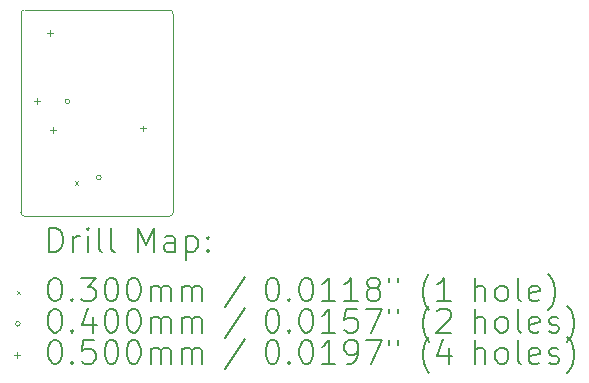
<source format=gbr>
%TF.GenerationSoftware,KiCad,Pcbnew,(7.0.0)*%
%TF.CreationDate,2023-05-09T09:59:39+03:00*%
%TF.ProjectId,IoT_sulari_sensorboard,496f545f-7375-46c6-9172-695f73656e73,rev?*%
%TF.SameCoordinates,Original*%
%TF.FileFunction,Drillmap*%
%TF.FilePolarity,Positive*%
%FSLAX45Y45*%
G04 Gerber Fmt 4.5, Leading zero omitted, Abs format (unit mm)*
G04 Created by KiCad (PCBNEW (7.0.0)) date 2023-05-09 09:59:39*
%MOMM*%
%LPD*%
G01*
G04 APERTURE LIST*
%ADD10C,0.100000*%
%ADD11C,0.200000*%
%ADD12C,0.030000*%
%ADD13C,0.040000*%
%ADD14C,0.050000*%
G04 APERTURE END LIST*
D10*
X13750000Y-8210000D02*
X14270000Y-8210000D01*
X14414000Y-9960000D02*
X13195000Y-9960014D01*
X13196000Y-8210000D02*
G75*
G03*
X13159986Y-8245000I-1000J-35000D01*
G01*
X13750000Y-8210000D02*
X13196000Y-8210000D01*
X14450000Y-8246415D02*
X14450014Y-9925000D01*
X14414000Y-9960000D02*
G75*
G03*
X14450014Y-9925000I1000J35000D01*
G01*
X14449996Y-8246415D02*
G75*
G03*
X14412671Y-8210000I-35436J1015D01*
G01*
X13160000Y-9924000D02*
G75*
G03*
X13195000Y-9960014I35000J-1000D01*
G01*
X14270000Y-8210000D02*
X14412671Y-8210000D01*
X13160000Y-9924000D02*
X13159986Y-8245000D01*
D11*
D12*
X13617000Y-9661000D02*
X13647000Y-9691000D01*
X13647000Y-9661000D02*
X13617000Y-9691000D01*
D13*
X13574000Y-8985000D02*
G75*
G03*
X13574000Y-8985000I-20000J0D01*
G01*
X13840502Y-9631498D02*
G75*
G03*
X13840502Y-9631498I-20000J0D01*
G01*
D14*
X13296000Y-8960000D02*
X13296000Y-9010000D01*
X13271000Y-8985000D02*
X13321000Y-8985000D01*
X13405000Y-8380000D02*
X13405000Y-8430000D01*
X13380000Y-8405000D02*
X13430000Y-8405000D01*
X13430000Y-9205000D02*
X13430000Y-9255000D01*
X13405000Y-9230000D02*
X13455000Y-9230000D01*
X14195000Y-9190000D02*
X14195000Y-9240000D01*
X14170000Y-9215000D02*
X14220000Y-9215000D01*
D11*
X13402605Y-10258490D02*
X13402605Y-10058490D01*
X13402605Y-10058490D02*
X13450224Y-10058490D01*
X13450224Y-10058490D02*
X13478795Y-10068014D01*
X13478795Y-10068014D02*
X13497843Y-10087062D01*
X13497843Y-10087062D02*
X13507367Y-10106109D01*
X13507367Y-10106109D02*
X13516890Y-10144205D01*
X13516890Y-10144205D02*
X13516890Y-10172776D01*
X13516890Y-10172776D02*
X13507367Y-10210871D01*
X13507367Y-10210871D02*
X13497843Y-10229919D01*
X13497843Y-10229919D02*
X13478795Y-10248967D01*
X13478795Y-10248967D02*
X13450224Y-10258490D01*
X13450224Y-10258490D02*
X13402605Y-10258490D01*
X13602605Y-10258490D02*
X13602605Y-10125157D01*
X13602605Y-10163252D02*
X13612129Y-10144205D01*
X13612129Y-10144205D02*
X13621652Y-10134681D01*
X13621652Y-10134681D02*
X13640700Y-10125157D01*
X13640700Y-10125157D02*
X13659748Y-10125157D01*
X13726414Y-10258490D02*
X13726414Y-10125157D01*
X13726414Y-10058490D02*
X13716890Y-10068014D01*
X13716890Y-10068014D02*
X13726414Y-10077538D01*
X13726414Y-10077538D02*
X13735938Y-10068014D01*
X13735938Y-10068014D02*
X13726414Y-10058490D01*
X13726414Y-10058490D02*
X13726414Y-10077538D01*
X13850224Y-10258490D02*
X13831176Y-10248967D01*
X13831176Y-10248967D02*
X13821652Y-10229919D01*
X13821652Y-10229919D02*
X13821652Y-10058490D01*
X13954986Y-10258490D02*
X13935938Y-10248967D01*
X13935938Y-10248967D02*
X13926414Y-10229919D01*
X13926414Y-10229919D02*
X13926414Y-10058490D01*
X14151176Y-10258490D02*
X14151176Y-10058490D01*
X14151176Y-10058490D02*
X14217843Y-10201348D01*
X14217843Y-10201348D02*
X14284509Y-10058490D01*
X14284509Y-10058490D02*
X14284509Y-10258490D01*
X14465462Y-10258490D02*
X14465462Y-10153728D01*
X14465462Y-10153728D02*
X14455938Y-10134681D01*
X14455938Y-10134681D02*
X14436890Y-10125157D01*
X14436890Y-10125157D02*
X14398795Y-10125157D01*
X14398795Y-10125157D02*
X14379748Y-10134681D01*
X14465462Y-10248967D02*
X14446414Y-10258490D01*
X14446414Y-10258490D02*
X14398795Y-10258490D01*
X14398795Y-10258490D02*
X14379748Y-10248967D01*
X14379748Y-10248967D02*
X14370224Y-10229919D01*
X14370224Y-10229919D02*
X14370224Y-10210871D01*
X14370224Y-10210871D02*
X14379748Y-10191824D01*
X14379748Y-10191824D02*
X14398795Y-10182300D01*
X14398795Y-10182300D02*
X14446414Y-10182300D01*
X14446414Y-10182300D02*
X14465462Y-10172776D01*
X14560700Y-10125157D02*
X14560700Y-10325157D01*
X14560700Y-10134681D02*
X14579748Y-10125157D01*
X14579748Y-10125157D02*
X14617843Y-10125157D01*
X14617843Y-10125157D02*
X14636890Y-10134681D01*
X14636890Y-10134681D02*
X14646414Y-10144205D01*
X14646414Y-10144205D02*
X14655938Y-10163252D01*
X14655938Y-10163252D02*
X14655938Y-10220395D01*
X14655938Y-10220395D02*
X14646414Y-10239443D01*
X14646414Y-10239443D02*
X14636890Y-10248967D01*
X14636890Y-10248967D02*
X14617843Y-10258490D01*
X14617843Y-10258490D02*
X14579748Y-10258490D01*
X14579748Y-10258490D02*
X14560700Y-10248967D01*
X14741652Y-10239443D02*
X14751176Y-10248967D01*
X14751176Y-10248967D02*
X14741652Y-10258490D01*
X14741652Y-10258490D02*
X14732129Y-10248967D01*
X14732129Y-10248967D02*
X14741652Y-10239443D01*
X14741652Y-10239443D02*
X14741652Y-10258490D01*
X14741652Y-10134681D02*
X14751176Y-10144205D01*
X14751176Y-10144205D02*
X14741652Y-10153728D01*
X14741652Y-10153728D02*
X14732129Y-10144205D01*
X14732129Y-10144205D02*
X14741652Y-10134681D01*
X14741652Y-10134681D02*
X14741652Y-10153728D01*
D12*
X13124986Y-10590014D02*
X13154986Y-10620014D01*
X13154986Y-10590014D02*
X13124986Y-10620014D01*
D11*
X13440700Y-10478490D02*
X13459748Y-10478490D01*
X13459748Y-10478490D02*
X13478795Y-10488014D01*
X13478795Y-10488014D02*
X13488319Y-10497538D01*
X13488319Y-10497538D02*
X13497843Y-10516586D01*
X13497843Y-10516586D02*
X13507367Y-10554681D01*
X13507367Y-10554681D02*
X13507367Y-10602300D01*
X13507367Y-10602300D02*
X13497843Y-10640395D01*
X13497843Y-10640395D02*
X13488319Y-10659443D01*
X13488319Y-10659443D02*
X13478795Y-10668967D01*
X13478795Y-10668967D02*
X13459748Y-10678490D01*
X13459748Y-10678490D02*
X13440700Y-10678490D01*
X13440700Y-10678490D02*
X13421652Y-10668967D01*
X13421652Y-10668967D02*
X13412129Y-10659443D01*
X13412129Y-10659443D02*
X13402605Y-10640395D01*
X13402605Y-10640395D02*
X13393081Y-10602300D01*
X13393081Y-10602300D02*
X13393081Y-10554681D01*
X13393081Y-10554681D02*
X13402605Y-10516586D01*
X13402605Y-10516586D02*
X13412129Y-10497538D01*
X13412129Y-10497538D02*
X13421652Y-10488014D01*
X13421652Y-10488014D02*
X13440700Y-10478490D01*
X13593081Y-10659443D02*
X13602605Y-10668967D01*
X13602605Y-10668967D02*
X13593081Y-10678490D01*
X13593081Y-10678490D02*
X13583557Y-10668967D01*
X13583557Y-10668967D02*
X13593081Y-10659443D01*
X13593081Y-10659443D02*
X13593081Y-10678490D01*
X13669271Y-10478490D02*
X13793081Y-10478490D01*
X13793081Y-10478490D02*
X13726414Y-10554681D01*
X13726414Y-10554681D02*
X13754986Y-10554681D01*
X13754986Y-10554681D02*
X13774033Y-10564205D01*
X13774033Y-10564205D02*
X13783557Y-10573728D01*
X13783557Y-10573728D02*
X13793081Y-10592776D01*
X13793081Y-10592776D02*
X13793081Y-10640395D01*
X13793081Y-10640395D02*
X13783557Y-10659443D01*
X13783557Y-10659443D02*
X13774033Y-10668967D01*
X13774033Y-10668967D02*
X13754986Y-10678490D01*
X13754986Y-10678490D02*
X13697843Y-10678490D01*
X13697843Y-10678490D02*
X13678795Y-10668967D01*
X13678795Y-10668967D02*
X13669271Y-10659443D01*
X13916890Y-10478490D02*
X13935938Y-10478490D01*
X13935938Y-10478490D02*
X13954986Y-10488014D01*
X13954986Y-10488014D02*
X13964510Y-10497538D01*
X13964510Y-10497538D02*
X13974033Y-10516586D01*
X13974033Y-10516586D02*
X13983557Y-10554681D01*
X13983557Y-10554681D02*
X13983557Y-10602300D01*
X13983557Y-10602300D02*
X13974033Y-10640395D01*
X13974033Y-10640395D02*
X13964510Y-10659443D01*
X13964510Y-10659443D02*
X13954986Y-10668967D01*
X13954986Y-10668967D02*
X13935938Y-10678490D01*
X13935938Y-10678490D02*
X13916890Y-10678490D01*
X13916890Y-10678490D02*
X13897843Y-10668967D01*
X13897843Y-10668967D02*
X13888319Y-10659443D01*
X13888319Y-10659443D02*
X13878795Y-10640395D01*
X13878795Y-10640395D02*
X13869271Y-10602300D01*
X13869271Y-10602300D02*
X13869271Y-10554681D01*
X13869271Y-10554681D02*
X13878795Y-10516586D01*
X13878795Y-10516586D02*
X13888319Y-10497538D01*
X13888319Y-10497538D02*
X13897843Y-10488014D01*
X13897843Y-10488014D02*
X13916890Y-10478490D01*
X14107367Y-10478490D02*
X14126414Y-10478490D01*
X14126414Y-10478490D02*
X14145462Y-10488014D01*
X14145462Y-10488014D02*
X14154986Y-10497538D01*
X14154986Y-10497538D02*
X14164510Y-10516586D01*
X14164510Y-10516586D02*
X14174033Y-10554681D01*
X14174033Y-10554681D02*
X14174033Y-10602300D01*
X14174033Y-10602300D02*
X14164510Y-10640395D01*
X14164510Y-10640395D02*
X14154986Y-10659443D01*
X14154986Y-10659443D02*
X14145462Y-10668967D01*
X14145462Y-10668967D02*
X14126414Y-10678490D01*
X14126414Y-10678490D02*
X14107367Y-10678490D01*
X14107367Y-10678490D02*
X14088319Y-10668967D01*
X14088319Y-10668967D02*
X14078795Y-10659443D01*
X14078795Y-10659443D02*
X14069271Y-10640395D01*
X14069271Y-10640395D02*
X14059748Y-10602300D01*
X14059748Y-10602300D02*
X14059748Y-10554681D01*
X14059748Y-10554681D02*
X14069271Y-10516586D01*
X14069271Y-10516586D02*
X14078795Y-10497538D01*
X14078795Y-10497538D02*
X14088319Y-10488014D01*
X14088319Y-10488014D02*
X14107367Y-10478490D01*
X14259748Y-10678490D02*
X14259748Y-10545157D01*
X14259748Y-10564205D02*
X14269271Y-10554681D01*
X14269271Y-10554681D02*
X14288319Y-10545157D01*
X14288319Y-10545157D02*
X14316891Y-10545157D01*
X14316891Y-10545157D02*
X14335938Y-10554681D01*
X14335938Y-10554681D02*
X14345462Y-10573728D01*
X14345462Y-10573728D02*
X14345462Y-10678490D01*
X14345462Y-10573728D02*
X14354986Y-10554681D01*
X14354986Y-10554681D02*
X14374033Y-10545157D01*
X14374033Y-10545157D02*
X14402605Y-10545157D01*
X14402605Y-10545157D02*
X14421652Y-10554681D01*
X14421652Y-10554681D02*
X14431176Y-10573728D01*
X14431176Y-10573728D02*
X14431176Y-10678490D01*
X14526414Y-10678490D02*
X14526414Y-10545157D01*
X14526414Y-10564205D02*
X14535938Y-10554681D01*
X14535938Y-10554681D02*
X14554986Y-10545157D01*
X14554986Y-10545157D02*
X14583557Y-10545157D01*
X14583557Y-10545157D02*
X14602605Y-10554681D01*
X14602605Y-10554681D02*
X14612129Y-10573728D01*
X14612129Y-10573728D02*
X14612129Y-10678490D01*
X14612129Y-10573728D02*
X14621652Y-10554681D01*
X14621652Y-10554681D02*
X14640700Y-10545157D01*
X14640700Y-10545157D02*
X14669271Y-10545157D01*
X14669271Y-10545157D02*
X14688319Y-10554681D01*
X14688319Y-10554681D02*
X14697843Y-10573728D01*
X14697843Y-10573728D02*
X14697843Y-10678490D01*
X15055938Y-10468967D02*
X14884510Y-10726109D01*
X15280700Y-10478490D02*
X15299748Y-10478490D01*
X15299748Y-10478490D02*
X15318795Y-10488014D01*
X15318795Y-10488014D02*
X15328319Y-10497538D01*
X15328319Y-10497538D02*
X15337843Y-10516586D01*
X15337843Y-10516586D02*
X15347367Y-10554681D01*
X15347367Y-10554681D02*
X15347367Y-10602300D01*
X15347367Y-10602300D02*
X15337843Y-10640395D01*
X15337843Y-10640395D02*
X15328319Y-10659443D01*
X15328319Y-10659443D02*
X15318795Y-10668967D01*
X15318795Y-10668967D02*
X15299748Y-10678490D01*
X15299748Y-10678490D02*
X15280700Y-10678490D01*
X15280700Y-10678490D02*
X15261652Y-10668967D01*
X15261652Y-10668967D02*
X15252129Y-10659443D01*
X15252129Y-10659443D02*
X15242605Y-10640395D01*
X15242605Y-10640395D02*
X15233081Y-10602300D01*
X15233081Y-10602300D02*
X15233081Y-10554681D01*
X15233081Y-10554681D02*
X15242605Y-10516586D01*
X15242605Y-10516586D02*
X15252129Y-10497538D01*
X15252129Y-10497538D02*
X15261652Y-10488014D01*
X15261652Y-10488014D02*
X15280700Y-10478490D01*
X15433081Y-10659443D02*
X15442605Y-10668967D01*
X15442605Y-10668967D02*
X15433081Y-10678490D01*
X15433081Y-10678490D02*
X15423557Y-10668967D01*
X15423557Y-10668967D02*
X15433081Y-10659443D01*
X15433081Y-10659443D02*
X15433081Y-10678490D01*
X15566414Y-10478490D02*
X15585462Y-10478490D01*
X15585462Y-10478490D02*
X15604510Y-10488014D01*
X15604510Y-10488014D02*
X15614033Y-10497538D01*
X15614033Y-10497538D02*
X15623557Y-10516586D01*
X15623557Y-10516586D02*
X15633081Y-10554681D01*
X15633081Y-10554681D02*
X15633081Y-10602300D01*
X15633081Y-10602300D02*
X15623557Y-10640395D01*
X15623557Y-10640395D02*
X15614033Y-10659443D01*
X15614033Y-10659443D02*
X15604510Y-10668967D01*
X15604510Y-10668967D02*
X15585462Y-10678490D01*
X15585462Y-10678490D02*
X15566414Y-10678490D01*
X15566414Y-10678490D02*
X15547367Y-10668967D01*
X15547367Y-10668967D02*
X15537843Y-10659443D01*
X15537843Y-10659443D02*
X15528319Y-10640395D01*
X15528319Y-10640395D02*
X15518795Y-10602300D01*
X15518795Y-10602300D02*
X15518795Y-10554681D01*
X15518795Y-10554681D02*
X15528319Y-10516586D01*
X15528319Y-10516586D02*
X15537843Y-10497538D01*
X15537843Y-10497538D02*
X15547367Y-10488014D01*
X15547367Y-10488014D02*
X15566414Y-10478490D01*
X15823557Y-10678490D02*
X15709272Y-10678490D01*
X15766414Y-10678490D02*
X15766414Y-10478490D01*
X15766414Y-10478490D02*
X15747367Y-10507062D01*
X15747367Y-10507062D02*
X15728319Y-10526109D01*
X15728319Y-10526109D02*
X15709272Y-10535633D01*
X16014033Y-10678490D02*
X15899748Y-10678490D01*
X15956891Y-10678490D02*
X15956891Y-10478490D01*
X15956891Y-10478490D02*
X15937843Y-10507062D01*
X15937843Y-10507062D02*
X15918795Y-10526109D01*
X15918795Y-10526109D02*
X15899748Y-10535633D01*
X16128319Y-10564205D02*
X16109272Y-10554681D01*
X16109272Y-10554681D02*
X16099748Y-10545157D01*
X16099748Y-10545157D02*
X16090224Y-10526109D01*
X16090224Y-10526109D02*
X16090224Y-10516586D01*
X16090224Y-10516586D02*
X16099748Y-10497538D01*
X16099748Y-10497538D02*
X16109272Y-10488014D01*
X16109272Y-10488014D02*
X16128319Y-10478490D01*
X16128319Y-10478490D02*
X16166414Y-10478490D01*
X16166414Y-10478490D02*
X16185462Y-10488014D01*
X16185462Y-10488014D02*
X16194986Y-10497538D01*
X16194986Y-10497538D02*
X16204510Y-10516586D01*
X16204510Y-10516586D02*
X16204510Y-10526109D01*
X16204510Y-10526109D02*
X16194986Y-10545157D01*
X16194986Y-10545157D02*
X16185462Y-10554681D01*
X16185462Y-10554681D02*
X16166414Y-10564205D01*
X16166414Y-10564205D02*
X16128319Y-10564205D01*
X16128319Y-10564205D02*
X16109272Y-10573728D01*
X16109272Y-10573728D02*
X16099748Y-10583252D01*
X16099748Y-10583252D02*
X16090224Y-10602300D01*
X16090224Y-10602300D02*
X16090224Y-10640395D01*
X16090224Y-10640395D02*
X16099748Y-10659443D01*
X16099748Y-10659443D02*
X16109272Y-10668967D01*
X16109272Y-10668967D02*
X16128319Y-10678490D01*
X16128319Y-10678490D02*
X16166414Y-10678490D01*
X16166414Y-10678490D02*
X16185462Y-10668967D01*
X16185462Y-10668967D02*
X16194986Y-10659443D01*
X16194986Y-10659443D02*
X16204510Y-10640395D01*
X16204510Y-10640395D02*
X16204510Y-10602300D01*
X16204510Y-10602300D02*
X16194986Y-10583252D01*
X16194986Y-10583252D02*
X16185462Y-10573728D01*
X16185462Y-10573728D02*
X16166414Y-10564205D01*
X16280700Y-10478490D02*
X16280700Y-10516586D01*
X16356891Y-10478490D02*
X16356891Y-10516586D01*
X16619748Y-10754681D02*
X16610224Y-10745157D01*
X16610224Y-10745157D02*
X16591176Y-10716586D01*
X16591176Y-10716586D02*
X16581653Y-10697538D01*
X16581653Y-10697538D02*
X16572129Y-10668967D01*
X16572129Y-10668967D02*
X16562605Y-10621348D01*
X16562605Y-10621348D02*
X16562605Y-10583252D01*
X16562605Y-10583252D02*
X16572129Y-10535633D01*
X16572129Y-10535633D02*
X16581653Y-10507062D01*
X16581653Y-10507062D02*
X16591176Y-10488014D01*
X16591176Y-10488014D02*
X16610224Y-10459443D01*
X16610224Y-10459443D02*
X16619748Y-10449919D01*
X16800700Y-10678490D02*
X16686414Y-10678490D01*
X16743557Y-10678490D02*
X16743557Y-10478490D01*
X16743557Y-10478490D02*
X16724510Y-10507062D01*
X16724510Y-10507062D02*
X16705462Y-10526109D01*
X16705462Y-10526109D02*
X16686414Y-10535633D01*
X17006415Y-10678490D02*
X17006415Y-10478490D01*
X17092129Y-10678490D02*
X17092129Y-10573728D01*
X17092129Y-10573728D02*
X17082605Y-10554681D01*
X17082605Y-10554681D02*
X17063557Y-10545157D01*
X17063557Y-10545157D02*
X17034986Y-10545157D01*
X17034986Y-10545157D02*
X17015938Y-10554681D01*
X17015938Y-10554681D02*
X17006415Y-10564205D01*
X17215938Y-10678490D02*
X17196891Y-10668967D01*
X17196891Y-10668967D02*
X17187367Y-10659443D01*
X17187367Y-10659443D02*
X17177843Y-10640395D01*
X17177843Y-10640395D02*
X17177843Y-10583252D01*
X17177843Y-10583252D02*
X17187367Y-10564205D01*
X17187367Y-10564205D02*
X17196891Y-10554681D01*
X17196891Y-10554681D02*
X17215938Y-10545157D01*
X17215938Y-10545157D02*
X17244510Y-10545157D01*
X17244510Y-10545157D02*
X17263557Y-10554681D01*
X17263557Y-10554681D02*
X17273081Y-10564205D01*
X17273081Y-10564205D02*
X17282605Y-10583252D01*
X17282605Y-10583252D02*
X17282605Y-10640395D01*
X17282605Y-10640395D02*
X17273081Y-10659443D01*
X17273081Y-10659443D02*
X17263557Y-10668967D01*
X17263557Y-10668967D02*
X17244510Y-10678490D01*
X17244510Y-10678490D02*
X17215938Y-10678490D01*
X17396891Y-10678490D02*
X17377843Y-10668967D01*
X17377843Y-10668967D02*
X17368319Y-10649919D01*
X17368319Y-10649919D02*
X17368319Y-10478490D01*
X17549272Y-10668967D02*
X17530224Y-10678490D01*
X17530224Y-10678490D02*
X17492129Y-10678490D01*
X17492129Y-10678490D02*
X17473081Y-10668967D01*
X17473081Y-10668967D02*
X17463557Y-10649919D01*
X17463557Y-10649919D02*
X17463557Y-10573728D01*
X17463557Y-10573728D02*
X17473081Y-10554681D01*
X17473081Y-10554681D02*
X17492129Y-10545157D01*
X17492129Y-10545157D02*
X17530224Y-10545157D01*
X17530224Y-10545157D02*
X17549272Y-10554681D01*
X17549272Y-10554681D02*
X17558796Y-10573728D01*
X17558796Y-10573728D02*
X17558796Y-10592776D01*
X17558796Y-10592776D02*
X17463557Y-10611824D01*
X17625462Y-10754681D02*
X17634986Y-10745157D01*
X17634986Y-10745157D02*
X17654034Y-10716586D01*
X17654034Y-10716586D02*
X17663557Y-10697538D01*
X17663557Y-10697538D02*
X17673081Y-10668967D01*
X17673081Y-10668967D02*
X17682605Y-10621348D01*
X17682605Y-10621348D02*
X17682605Y-10583252D01*
X17682605Y-10583252D02*
X17673081Y-10535633D01*
X17673081Y-10535633D02*
X17663557Y-10507062D01*
X17663557Y-10507062D02*
X17654034Y-10488014D01*
X17654034Y-10488014D02*
X17634986Y-10459443D01*
X17634986Y-10459443D02*
X17625462Y-10449919D01*
D13*
X13154986Y-10869014D02*
G75*
G03*
X13154986Y-10869014I-20000J0D01*
G01*
D11*
X13440700Y-10742490D02*
X13459748Y-10742490D01*
X13459748Y-10742490D02*
X13478795Y-10752014D01*
X13478795Y-10752014D02*
X13488319Y-10761538D01*
X13488319Y-10761538D02*
X13497843Y-10780586D01*
X13497843Y-10780586D02*
X13507367Y-10818681D01*
X13507367Y-10818681D02*
X13507367Y-10866300D01*
X13507367Y-10866300D02*
X13497843Y-10904395D01*
X13497843Y-10904395D02*
X13488319Y-10923443D01*
X13488319Y-10923443D02*
X13478795Y-10932967D01*
X13478795Y-10932967D02*
X13459748Y-10942490D01*
X13459748Y-10942490D02*
X13440700Y-10942490D01*
X13440700Y-10942490D02*
X13421652Y-10932967D01*
X13421652Y-10932967D02*
X13412129Y-10923443D01*
X13412129Y-10923443D02*
X13402605Y-10904395D01*
X13402605Y-10904395D02*
X13393081Y-10866300D01*
X13393081Y-10866300D02*
X13393081Y-10818681D01*
X13393081Y-10818681D02*
X13402605Y-10780586D01*
X13402605Y-10780586D02*
X13412129Y-10761538D01*
X13412129Y-10761538D02*
X13421652Y-10752014D01*
X13421652Y-10752014D02*
X13440700Y-10742490D01*
X13593081Y-10923443D02*
X13602605Y-10932967D01*
X13602605Y-10932967D02*
X13593081Y-10942490D01*
X13593081Y-10942490D02*
X13583557Y-10932967D01*
X13583557Y-10932967D02*
X13593081Y-10923443D01*
X13593081Y-10923443D02*
X13593081Y-10942490D01*
X13774033Y-10809157D02*
X13774033Y-10942490D01*
X13726414Y-10732967D02*
X13678795Y-10875824D01*
X13678795Y-10875824D02*
X13802605Y-10875824D01*
X13916890Y-10742490D02*
X13935938Y-10742490D01*
X13935938Y-10742490D02*
X13954986Y-10752014D01*
X13954986Y-10752014D02*
X13964510Y-10761538D01*
X13964510Y-10761538D02*
X13974033Y-10780586D01*
X13974033Y-10780586D02*
X13983557Y-10818681D01*
X13983557Y-10818681D02*
X13983557Y-10866300D01*
X13983557Y-10866300D02*
X13974033Y-10904395D01*
X13974033Y-10904395D02*
X13964510Y-10923443D01*
X13964510Y-10923443D02*
X13954986Y-10932967D01*
X13954986Y-10932967D02*
X13935938Y-10942490D01*
X13935938Y-10942490D02*
X13916890Y-10942490D01*
X13916890Y-10942490D02*
X13897843Y-10932967D01*
X13897843Y-10932967D02*
X13888319Y-10923443D01*
X13888319Y-10923443D02*
X13878795Y-10904395D01*
X13878795Y-10904395D02*
X13869271Y-10866300D01*
X13869271Y-10866300D02*
X13869271Y-10818681D01*
X13869271Y-10818681D02*
X13878795Y-10780586D01*
X13878795Y-10780586D02*
X13888319Y-10761538D01*
X13888319Y-10761538D02*
X13897843Y-10752014D01*
X13897843Y-10752014D02*
X13916890Y-10742490D01*
X14107367Y-10742490D02*
X14126414Y-10742490D01*
X14126414Y-10742490D02*
X14145462Y-10752014D01*
X14145462Y-10752014D02*
X14154986Y-10761538D01*
X14154986Y-10761538D02*
X14164510Y-10780586D01*
X14164510Y-10780586D02*
X14174033Y-10818681D01*
X14174033Y-10818681D02*
X14174033Y-10866300D01*
X14174033Y-10866300D02*
X14164510Y-10904395D01*
X14164510Y-10904395D02*
X14154986Y-10923443D01*
X14154986Y-10923443D02*
X14145462Y-10932967D01*
X14145462Y-10932967D02*
X14126414Y-10942490D01*
X14126414Y-10942490D02*
X14107367Y-10942490D01*
X14107367Y-10942490D02*
X14088319Y-10932967D01*
X14088319Y-10932967D02*
X14078795Y-10923443D01*
X14078795Y-10923443D02*
X14069271Y-10904395D01*
X14069271Y-10904395D02*
X14059748Y-10866300D01*
X14059748Y-10866300D02*
X14059748Y-10818681D01*
X14059748Y-10818681D02*
X14069271Y-10780586D01*
X14069271Y-10780586D02*
X14078795Y-10761538D01*
X14078795Y-10761538D02*
X14088319Y-10752014D01*
X14088319Y-10752014D02*
X14107367Y-10742490D01*
X14259748Y-10942490D02*
X14259748Y-10809157D01*
X14259748Y-10828205D02*
X14269271Y-10818681D01*
X14269271Y-10818681D02*
X14288319Y-10809157D01*
X14288319Y-10809157D02*
X14316891Y-10809157D01*
X14316891Y-10809157D02*
X14335938Y-10818681D01*
X14335938Y-10818681D02*
X14345462Y-10837728D01*
X14345462Y-10837728D02*
X14345462Y-10942490D01*
X14345462Y-10837728D02*
X14354986Y-10818681D01*
X14354986Y-10818681D02*
X14374033Y-10809157D01*
X14374033Y-10809157D02*
X14402605Y-10809157D01*
X14402605Y-10809157D02*
X14421652Y-10818681D01*
X14421652Y-10818681D02*
X14431176Y-10837728D01*
X14431176Y-10837728D02*
X14431176Y-10942490D01*
X14526414Y-10942490D02*
X14526414Y-10809157D01*
X14526414Y-10828205D02*
X14535938Y-10818681D01*
X14535938Y-10818681D02*
X14554986Y-10809157D01*
X14554986Y-10809157D02*
X14583557Y-10809157D01*
X14583557Y-10809157D02*
X14602605Y-10818681D01*
X14602605Y-10818681D02*
X14612129Y-10837728D01*
X14612129Y-10837728D02*
X14612129Y-10942490D01*
X14612129Y-10837728D02*
X14621652Y-10818681D01*
X14621652Y-10818681D02*
X14640700Y-10809157D01*
X14640700Y-10809157D02*
X14669271Y-10809157D01*
X14669271Y-10809157D02*
X14688319Y-10818681D01*
X14688319Y-10818681D02*
X14697843Y-10837728D01*
X14697843Y-10837728D02*
X14697843Y-10942490D01*
X15055938Y-10732967D02*
X14884510Y-10990109D01*
X15280700Y-10742490D02*
X15299748Y-10742490D01*
X15299748Y-10742490D02*
X15318795Y-10752014D01*
X15318795Y-10752014D02*
X15328319Y-10761538D01*
X15328319Y-10761538D02*
X15337843Y-10780586D01*
X15337843Y-10780586D02*
X15347367Y-10818681D01*
X15347367Y-10818681D02*
X15347367Y-10866300D01*
X15347367Y-10866300D02*
X15337843Y-10904395D01*
X15337843Y-10904395D02*
X15328319Y-10923443D01*
X15328319Y-10923443D02*
X15318795Y-10932967D01*
X15318795Y-10932967D02*
X15299748Y-10942490D01*
X15299748Y-10942490D02*
X15280700Y-10942490D01*
X15280700Y-10942490D02*
X15261652Y-10932967D01*
X15261652Y-10932967D02*
X15252129Y-10923443D01*
X15252129Y-10923443D02*
X15242605Y-10904395D01*
X15242605Y-10904395D02*
X15233081Y-10866300D01*
X15233081Y-10866300D02*
X15233081Y-10818681D01*
X15233081Y-10818681D02*
X15242605Y-10780586D01*
X15242605Y-10780586D02*
X15252129Y-10761538D01*
X15252129Y-10761538D02*
X15261652Y-10752014D01*
X15261652Y-10752014D02*
X15280700Y-10742490D01*
X15433081Y-10923443D02*
X15442605Y-10932967D01*
X15442605Y-10932967D02*
X15433081Y-10942490D01*
X15433081Y-10942490D02*
X15423557Y-10932967D01*
X15423557Y-10932967D02*
X15433081Y-10923443D01*
X15433081Y-10923443D02*
X15433081Y-10942490D01*
X15566414Y-10742490D02*
X15585462Y-10742490D01*
X15585462Y-10742490D02*
X15604510Y-10752014D01*
X15604510Y-10752014D02*
X15614033Y-10761538D01*
X15614033Y-10761538D02*
X15623557Y-10780586D01*
X15623557Y-10780586D02*
X15633081Y-10818681D01*
X15633081Y-10818681D02*
X15633081Y-10866300D01*
X15633081Y-10866300D02*
X15623557Y-10904395D01*
X15623557Y-10904395D02*
X15614033Y-10923443D01*
X15614033Y-10923443D02*
X15604510Y-10932967D01*
X15604510Y-10932967D02*
X15585462Y-10942490D01*
X15585462Y-10942490D02*
X15566414Y-10942490D01*
X15566414Y-10942490D02*
X15547367Y-10932967D01*
X15547367Y-10932967D02*
X15537843Y-10923443D01*
X15537843Y-10923443D02*
X15528319Y-10904395D01*
X15528319Y-10904395D02*
X15518795Y-10866300D01*
X15518795Y-10866300D02*
X15518795Y-10818681D01*
X15518795Y-10818681D02*
X15528319Y-10780586D01*
X15528319Y-10780586D02*
X15537843Y-10761538D01*
X15537843Y-10761538D02*
X15547367Y-10752014D01*
X15547367Y-10752014D02*
X15566414Y-10742490D01*
X15823557Y-10942490D02*
X15709272Y-10942490D01*
X15766414Y-10942490D02*
X15766414Y-10742490D01*
X15766414Y-10742490D02*
X15747367Y-10771062D01*
X15747367Y-10771062D02*
X15728319Y-10790109D01*
X15728319Y-10790109D02*
X15709272Y-10799633D01*
X16004510Y-10742490D02*
X15909272Y-10742490D01*
X15909272Y-10742490D02*
X15899748Y-10837728D01*
X15899748Y-10837728D02*
X15909272Y-10828205D01*
X15909272Y-10828205D02*
X15928319Y-10818681D01*
X15928319Y-10818681D02*
X15975938Y-10818681D01*
X15975938Y-10818681D02*
X15994986Y-10828205D01*
X15994986Y-10828205D02*
X16004510Y-10837728D01*
X16004510Y-10837728D02*
X16014033Y-10856776D01*
X16014033Y-10856776D02*
X16014033Y-10904395D01*
X16014033Y-10904395D02*
X16004510Y-10923443D01*
X16004510Y-10923443D02*
X15994986Y-10932967D01*
X15994986Y-10932967D02*
X15975938Y-10942490D01*
X15975938Y-10942490D02*
X15928319Y-10942490D01*
X15928319Y-10942490D02*
X15909272Y-10932967D01*
X15909272Y-10932967D02*
X15899748Y-10923443D01*
X16080700Y-10742490D02*
X16214033Y-10742490D01*
X16214033Y-10742490D02*
X16128319Y-10942490D01*
X16280700Y-10742490D02*
X16280700Y-10780586D01*
X16356891Y-10742490D02*
X16356891Y-10780586D01*
X16619748Y-11018681D02*
X16610224Y-11009157D01*
X16610224Y-11009157D02*
X16591176Y-10980586D01*
X16591176Y-10980586D02*
X16581653Y-10961538D01*
X16581653Y-10961538D02*
X16572129Y-10932967D01*
X16572129Y-10932967D02*
X16562605Y-10885348D01*
X16562605Y-10885348D02*
X16562605Y-10847252D01*
X16562605Y-10847252D02*
X16572129Y-10799633D01*
X16572129Y-10799633D02*
X16581653Y-10771062D01*
X16581653Y-10771062D02*
X16591176Y-10752014D01*
X16591176Y-10752014D02*
X16610224Y-10723443D01*
X16610224Y-10723443D02*
X16619748Y-10713919D01*
X16686414Y-10761538D02*
X16695938Y-10752014D01*
X16695938Y-10752014D02*
X16714986Y-10742490D01*
X16714986Y-10742490D02*
X16762605Y-10742490D01*
X16762605Y-10742490D02*
X16781653Y-10752014D01*
X16781653Y-10752014D02*
X16791176Y-10761538D01*
X16791176Y-10761538D02*
X16800700Y-10780586D01*
X16800700Y-10780586D02*
X16800700Y-10799633D01*
X16800700Y-10799633D02*
X16791176Y-10828205D01*
X16791176Y-10828205D02*
X16676891Y-10942490D01*
X16676891Y-10942490D02*
X16800700Y-10942490D01*
X17006415Y-10942490D02*
X17006415Y-10742490D01*
X17092129Y-10942490D02*
X17092129Y-10837728D01*
X17092129Y-10837728D02*
X17082605Y-10818681D01*
X17082605Y-10818681D02*
X17063557Y-10809157D01*
X17063557Y-10809157D02*
X17034986Y-10809157D01*
X17034986Y-10809157D02*
X17015938Y-10818681D01*
X17015938Y-10818681D02*
X17006415Y-10828205D01*
X17215938Y-10942490D02*
X17196891Y-10932967D01*
X17196891Y-10932967D02*
X17187367Y-10923443D01*
X17187367Y-10923443D02*
X17177843Y-10904395D01*
X17177843Y-10904395D02*
X17177843Y-10847252D01*
X17177843Y-10847252D02*
X17187367Y-10828205D01*
X17187367Y-10828205D02*
X17196891Y-10818681D01*
X17196891Y-10818681D02*
X17215938Y-10809157D01*
X17215938Y-10809157D02*
X17244510Y-10809157D01*
X17244510Y-10809157D02*
X17263557Y-10818681D01*
X17263557Y-10818681D02*
X17273081Y-10828205D01*
X17273081Y-10828205D02*
X17282605Y-10847252D01*
X17282605Y-10847252D02*
X17282605Y-10904395D01*
X17282605Y-10904395D02*
X17273081Y-10923443D01*
X17273081Y-10923443D02*
X17263557Y-10932967D01*
X17263557Y-10932967D02*
X17244510Y-10942490D01*
X17244510Y-10942490D02*
X17215938Y-10942490D01*
X17396891Y-10942490D02*
X17377843Y-10932967D01*
X17377843Y-10932967D02*
X17368319Y-10913919D01*
X17368319Y-10913919D02*
X17368319Y-10742490D01*
X17549272Y-10932967D02*
X17530224Y-10942490D01*
X17530224Y-10942490D02*
X17492129Y-10942490D01*
X17492129Y-10942490D02*
X17473081Y-10932967D01*
X17473081Y-10932967D02*
X17463557Y-10913919D01*
X17463557Y-10913919D02*
X17463557Y-10837728D01*
X17463557Y-10837728D02*
X17473081Y-10818681D01*
X17473081Y-10818681D02*
X17492129Y-10809157D01*
X17492129Y-10809157D02*
X17530224Y-10809157D01*
X17530224Y-10809157D02*
X17549272Y-10818681D01*
X17549272Y-10818681D02*
X17558796Y-10837728D01*
X17558796Y-10837728D02*
X17558796Y-10856776D01*
X17558796Y-10856776D02*
X17463557Y-10875824D01*
X17634986Y-10932967D02*
X17654034Y-10942490D01*
X17654034Y-10942490D02*
X17692129Y-10942490D01*
X17692129Y-10942490D02*
X17711177Y-10932967D01*
X17711177Y-10932967D02*
X17720700Y-10913919D01*
X17720700Y-10913919D02*
X17720700Y-10904395D01*
X17720700Y-10904395D02*
X17711177Y-10885348D01*
X17711177Y-10885348D02*
X17692129Y-10875824D01*
X17692129Y-10875824D02*
X17663557Y-10875824D01*
X17663557Y-10875824D02*
X17644510Y-10866300D01*
X17644510Y-10866300D02*
X17634986Y-10847252D01*
X17634986Y-10847252D02*
X17634986Y-10837728D01*
X17634986Y-10837728D02*
X17644510Y-10818681D01*
X17644510Y-10818681D02*
X17663557Y-10809157D01*
X17663557Y-10809157D02*
X17692129Y-10809157D01*
X17692129Y-10809157D02*
X17711177Y-10818681D01*
X17787367Y-11018681D02*
X17796891Y-11009157D01*
X17796891Y-11009157D02*
X17815938Y-10980586D01*
X17815938Y-10980586D02*
X17825462Y-10961538D01*
X17825462Y-10961538D02*
X17834986Y-10932967D01*
X17834986Y-10932967D02*
X17844510Y-10885348D01*
X17844510Y-10885348D02*
X17844510Y-10847252D01*
X17844510Y-10847252D02*
X17834986Y-10799633D01*
X17834986Y-10799633D02*
X17825462Y-10771062D01*
X17825462Y-10771062D02*
X17815938Y-10752014D01*
X17815938Y-10752014D02*
X17796891Y-10723443D01*
X17796891Y-10723443D02*
X17787367Y-10713919D01*
D14*
X13129986Y-11108014D02*
X13129986Y-11158014D01*
X13104986Y-11133014D02*
X13154986Y-11133014D01*
D11*
X13440700Y-11006490D02*
X13459748Y-11006490D01*
X13459748Y-11006490D02*
X13478795Y-11016014D01*
X13478795Y-11016014D02*
X13488319Y-11025538D01*
X13488319Y-11025538D02*
X13497843Y-11044586D01*
X13497843Y-11044586D02*
X13507367Y-11082681D01*
X13507367Y-11082681D02*
X13507367Y-11130300D01*
X13507367Y-11130300D02*
X13497843Y-11168395D01*
X13497843Y-11168395D02*
X13488319Y-11187443D01*
X13488319Y-11187443D02*
X13478795Y-11196966D01*
X13478795Y-11196966D02*
X13459748Y-11206490D01*
X13459748Y-11206490D02*
X13440700Y-11206490D01*
X13440700Y-11206490D02*
X13421652Y-11196966D01*
X13421652Y-11196966D02*
X13412129Y-11187443D01*
X13412129Y-11187443D02*
X13402605Y-11168395D01*
X13402605Y-11168395D02*
X13393081Y-11130300D01*
X13393081Y-11130300D02*
X13393081Y-11082681D01*
X13393081Y-11082681D02*
X13402605Y-11044586D01*
X13402605Y-11044586D02*
X13412129Y-11025538D01*
X13412129Y-11025538D02*
X13421652Y-11016014D01*
X13421652Y-11016014D02*
X13440700Y-11006490D01*
X13593081Y-11187443D02*
X13602605Y-11196966D01*
X13602605Y-11196966D02*
X13593081Y-11206490D01*
X13593081Y-11206490D02*
X13583557Y-11196966D01*
X13583557Y-11196966D02*
X13593081Y-11187443D01*
X13593081Y-11187443D02*
X13593081Y-11206490D01*
X13783557Y-11006490D02*
X13688319Y-11006490D01*
X13688319Y-11006490D02*
X13678795Y-11101728D01*
X13678795Y-11101728D02*
X13688319Y-11092205D01*
X13688319Y-11092205D02*
X13707367Y-11082681D01*
X13707367Y-11082681D02*
X13754986Y-11082681D01*
X13754986Y-11082681D02*
X13774033Y-11092205D01*
X13774033Y-11092205D02*
X13783557Y-11101728D01*
X13783557Y-11101728D02*
X13793081Y-11120776D01*
X13793081Y-11120776D02*
X13793081Y-11168395D01*
X13793081Y-11168395D02*
X13783557Y-11187443D01*
X13783557Y-11187443D02*
X13774033Y-11196966D01*
X13774033Y-11196966D02*
X13754986Y-11206490D01*
X13754986Y-11206490D02*
X13707367Y-11206490D01*
X13707367Y-11206490D02*
X13688319Y-11196966D01*
X13688319Y-11196966D02*
X13678795Y-11187443D01*
X13916890Y-11006490D02*
X13935938Y-11006490D01*
X13935938Y-11006490D02*
X13954986Y-11016014D01*
X13954986Y-11016014D02*
X13964510Y-11025538D01*
X13964510Y-11025538D02*
X13974033Y-11044586D01*
X13974033Y-11044586D02*
X13983557Y-11082681D01*
X13983557Y-11082681D02*
X13983557Y-11130300D01*
X13983557Y-11130300D02*
X13974033Y-11168395D01*
X13974033Y-11168395D02*
X13964510Y-11187443D01*
X13964510Y-11187443D02*
X13954986Y-11196966D01*
X13954986Y-11196966D02*
X13935938Y-11206490D01*
X13935938Y-11206490D02*
X13916890Y-11206490D01*
X13916890Y-11206490D02*
X13897843Y-11196966D01*
X13897843Y-11196966D02*
X13888319Y-11187443D01*
X13888319Y-11187443D02*
X13878795Y-11168395D01*
X13878795Y-11168395D02*
X13869271Y-11130300D01*
X13869271Y-11130300D02*
X13869271Y-11082681D01*
X13869271Y-11082681D02*
X13878795Y-11044586D01*
X13878795Y-11044586D02*
X13888319Y-11025538D01*
X13888319Y-11025538D02*
X13897843Y-11016014D01*
X13897843Y-11016014D02*
X13916890Y-11006490D01*
X14107367Y-11006490D02*
X14126414Y-11006490D01*
X14126414Y-11006490D02*
X14145462Y-11016014D01*
X14145462Y-11016014D02*
X14154986Y-11025538D01*
X14154986Y-11025538D02*
X14164510Y-11044586D01*
X14164510Y-11044586D02*
X14174033Y-11082681D01*
X14174033Y-11082681D02*
X14174033Y-11130300D01*
X14174033Y-11130300D02*
X14164510Y-11168395D01*
X14164510Y-11168395D02*
X14154986Y-11187443D01*
X14154986Y-11187443D02*
X14145462Y-11196966D01*
X14145462Y-11196966D02*
X14126414Y-11206490D01*
X14126414Y-11206490D02*
X14107367Y-11206490D01*
X14107367Y-11206490D02*
X14088319Y-11196966D01*
X14088319Y-11196966D02*
X14078795Y-11187443D01*
X14078795Y-11187443D02*
X14069271Y-11168395D01*
X14069271Y-11168395D02*
X14059748Y-11130300D01*
X14059748Y-11130300D02*
X14059748Y-11082681D01*
X14059748Y-11082681D02*
X14069271Y-11044586D01*
X14069271Y-11044586D02*
X14078795Y-11025538D01*
X14078795Y-11025538D02*
X14088319Y-11016014D01*
X14088319Y-11016014D02*
X14107367Y-11006490D01*
X14259748Y-11206490D02*
X14259748Y-11073157D01*
X14259748Y-11092205D02*
X14269271Y-11082681D01*
X14269271Y-11082681D02*
X14288319Y-11073157D01*
X14288319Y-11073157D02*
X14316891Y-11073157D01*
X14316891Y-11073157D02*
X14335938Y-11082681D01*
X14335938Y-11082681D02*
X14345462Y-11101728D01*
X14345462Y-11101728D02*
X14345462Y-11206490D01*
X14345462Y-11101728D02*
X14354986Y-11082681D01*
X14354986Y-11082681D02*
X14374033Y-11073157D01*
X14374033Y-11073157D02*
X14402605Y-11073157D01*
X14402605Y-11073157D02*
X14421652Y-11082681D01*
X14421652Y-11082681D02*
X14431176Y-11101728D01*
X14431176Y-11101728D02*
X14431176Y-11206490D01*
X14526414Y-11206490D02*
X14526414Y-11073157D01*
X14526414Y-11092205D02*
X14535938Y-11082681D01*
X14535938Y-11082681D02*
X14554986Y-11073157D01*
X14554986Y-11073157D02*
X14583557Y-11073157D01*
X14583557Y-11073157D02*
X14602605Y-11082681D01*
X14602605Y-11082681D02*
X14612129Y-11101728D01*
X14612129Y-11101728D02*
X14612129Y-11206490D01*
X14612129Y-11101728D02*
X14621652Y-11082681D01*
X14621652Y-11082681D02*
X14640700Y-11073157D01*
X14640700Y-11073157D02*
X14669271Y-11073157D01*
X14669271Y-11073157D02*
X14688319Y-11082681D01*
X14688319Y-11082681D02*
X14697843Y-11101728D01*
X14697843Y-11101728D02*
X14697843Y-11206490D01*
X15055938Y-10996967D02*
X14884510Y-11254109D01*
X15280700Y-11006490D02*
X15299748Y-11006490D01*
X15299748Y-11006490D02*
X15318795Y-11016014D01*
X15318795Y-11016014D02*
X15328319Y-11025538D01*
X15328319Y-11025538D02*
X15337843Y-11044586D01*
X15337843Y-11044586D02*
X15347367Y-11082681D01*
X15347367Y-11082681D02*
X15347367Y-11130300D01*
X15347367Y-11130300D02*
X15337843Y-11168395D01*
X15337843Y-11168395D02*
X15328319Y-11187443D01*
X15328319Y-11187443D02*
X15318795Y-11196966D01*
X15318795Y-11196966D02*
X15299748Y-11206490D01*
X15299748Y-11206490D02*
X15280700Y-11206490D01*
X15280700Y-11206490D02*
X15261652Y-11196966D01*
X15261652Y-11196966D02*
X15252129Y-11187443D01*
X15252129Y-11187443D02*
X15242605Y-11168395D01*
X15242605Y-11168395D02*
X15233081Y-11130300D01*
X15233081Y-11130300D02*
X15233081Y-11082681D01*
X15233081Y-11082681D02*
X15242605Y-11044586D01*
X15242605Y-11044586D02*
X15252129Y-11025538D01*
X15252129Y-11025538D02*
X15261652Y-11016014D01*
X15261652Y-11016014D02*
X15280700Y-11006490D01*
X15433081Y-11187443D02*
X15442605Y-11196966D01*
X15442605Y-11196966D02*
X15433081Y-11206490D01*
X15433081Y-11206490D02*
X15423557Y-11196966D01*
X15423557Y-11196966D02*
X15433081Y-11187443D01*
X15433081Y-11187443D02*
X15433081Y-11206490D01*
X15566414Y-11006490D02*
X15585462Y-11006490D01*
X15585462Y-11006490D02*
X15604510Y-11016014D01*
X15604510Y-11016014D02*
X15614033Y-11025538D01*
X15614033Y-11025538D02*
X15623557Y-11044586D01*
X15623557Y-11044586D02*
X15633081Y-11082681D01*
X15633081Y-11082681D02*
X15633081Y-11130300D01*
X15633081Y-11130300D02*
X15623557Y-11168395D01*
X15623557Y-11168395D02*
X15614033Y-11187443D01*
X15614033Y-11187443D02*
X15604510Y-11196966D01*
X15604510Y-11196966D02*
X15585462Y-11206490D01*
X15585462Y-11206490D02*
X15566414Y-11206490D01*
X15566414Y-11206490D02*
X15547367Y-11196966D01*
X15547367Y-11196966D02*
X15537843Y-11187443D01*
X15537843Y-11187443D02*
X15528319Y-11168395D01*
X15528319Y-11168395D02*
X15518795Y-11130300D01*
X15518795Y-11130300D02*
X15518795Y-11082681D01*
X15518795Y-11082681D02*
X15528319Y-11044586D01*
X15528319Y-11044586D02*
X15537843Y-11025538D01*
X15537843Y-11025538D02*
X15547367Y-11016014D01*
X15547367Y-11016014D02*
X15566414Y-11006490D01*
X15823557Y-11206490D02*
X15709272Y-11206490D01*
X15766414Y-11206490D02*
X15766414Y-11006490D01*
X15766414Y-11006490D02*
X15747367Y-11035062D01*
X15747367Y-11035062D02*
X15728319Y-11054109D01*
X15728319Y-11054109D02*
X15709272Y-11063633D01*
X15918795Y-11206490D02*
X15956891Y-11206490D01*
X15956891Y-11206490D02*
X15975938Y-11196966D01*
X15975938Y-11196966D02*
X15985462Y-11187443D01*
X15985462Y-11187443D02*
X16004510Y-11158871D01*
X16004510Y-11158871D02*
X16014033Y-11120776D01*
X16014033Y-11120776D02*
X16014033Y-11044586D01*
X16014033Y-11044586D02*
X16004510Y-11025538D01*
X16004510Y-11025538D02*
X15994986Y-11016014D01*
X15994986Y-11016014D02*
X15975938Y-11006490D01*
X15975938Y-11006490D02*
X15937843Y-11006490D01*
X15937843Y-11006490D02*
X15918795Y-11016014D01*
X15918795Y-11016014D02*
X15909272Y-11025538D01*
X15909272Y-11025538D02*
X15899748Y-11044586D01*
X15899748Y-11044586D02*
X15899748Y-11092205D01*
X15899748Y-11092205D02*
X15909272Y-11111252D01*
X15909272Y-11111252D02*
X15918795Y-11120776D01*
X15918795Y-11120776D02*
X15937843Y-11130300D01*
X15937843Y-11130300D02*
X15975938Y-11130300D01*
X15975938Y-11130300D02*
X15994986Y-11120776D01*
X15994986Y-11120776D02*
X16004510Y-11111252D01*
X16004510Y-11111252D02*
X16014033Y-11092205D01*
X16080700Y-11006490D02*
X16214033Y-11006490D01*
X16214033Y-11006490D02*
X16128319Y-11206490D01*
X16280700Y-11006490D02*
X16280700Y-11044586D01*
X16356891Y-11006490D02*
X16356891Y-11044586D01*
X16619748Y-11282681D02*
X16610224Y-11273157D01*
X16610224Y-11273157D02*
X16591176Y-11244586D01*
X16591176Y-11244586D02*
X16581653Y-11225538D01*
X16581653Y-11225538D02*
X16572129Y-11196966D01*
X16572129Y-11196966D02*
X16562605Y-11149348D01*
X16562605Y-11149348D02*
X16562605Y-11111252D01*
X16562605Y-11111252D02*
X16572129Y-11063633D01*
X16572129Y-11063633D02*
X16581653Y-11035062D01*
X16581653Y-11035062D02*
X16591176Y-11016014D01*
X16591176Y-11016014D02*
X16610224Y-10987443D01*
X16610224Y-10987443D02*
X16619748Y-10977919D01*
X16781653Y-11073157D02*
X16781653Y-11206490D01*
X16734033Y-10996967D02*
X16686414Y-11139824D01*
X16686414Y-11139824D02*
X16810224Y-11139824D01*
X17006415Y-11206490D02*
X17006415Y-11006490D01*
X17092129Y-11206490D02*
X17092129Y-11101728D01*
X17092129Y-11101728D02*
X17082605Y-11082681D01*
X17082605Y-11082681D02*
X17063557Y-11073157D01*
X17063557Y-11073157D02*
X17034986Y-11073157D01*
X17034986Y-11073157D02*
X17015938Y-11082681D01*
X17015938Y-11082681D02*
X17006415Y-11092205D01*
X17215938Y-11206490D02*
X17196891Y-11196966D01*
X17196891Y-11196966D02*
X17187367Y-11187443D01*
X17187367Y-11187443D02*
X17177843Y-11168395D01*
X17177843Y-11168395D02*
X17177843Y-11111252D01*
X17177843Y-11111252D02*
X17187367Y-11092205D01*
X17187367Y-11092205D02*
X17196891Y-11082681D01*
X17196891Y-11082681D02*
X17215938Y-11073157D01*
X17215938Y-11073157D02*
X17244510Y-11073157D01*
X17244510Y-11073157D02*
X17263557Y-11082681D01*
X17263557Y-11082681D02*
X17273081Y-11092205D01*
X17273081Y-11092205D02*
X17282605Y-11111252D01*
X17282605Y-11111252D02*
X17282605Y-11168395D01*
X17282605Y-11168395D02*
X17273081Y-11187443D01*
X17273081Y-11187443D02*
X17263557Y-11196966D01*
X17263557Y-11196966D02*
X17244510Y-11206490D01*
X17244510Y-11206490D02*
X17215938Y-11206490D01*
X17396891Y-11206490D02*
X17377843Y-11196966D01*
X17377843Y-11196966D02*
X17368319Y-11177919D01*
X17368319Y-11177919D02*
X17368319Y-11006490D01*
X17549272Y-11196966D02*
X17530224Y-11206490D01*
X17530224Y-11206490D02*
X17492129Y-11206490D01*
X17492129Y-11206490D02*
X17473081Y-11196966D01*
X17473081Y-11196966D02*
X17463557Y-11177919D01*
X17463557Y-11177919D02*
X17463557Y-11101728D01*
X17463557Y-11101728D02*
X17473081Y-11082681D01*
X17473081Y-11082681D02*
X17492129Y-11073157D01*
X17492129Y-11073157D02*
X17530224Y-11073157D01*
X17530224Y-11073157D02*
X17549272Y-11082681D01*
X17549272Y-11082681D02*
X17558796Y-11101728D01*
X17558796Y-11101728D02*
X17558796Y-11120776D01*
X17558796Y-11120776D02*
X17463557Y-11139824D01*
X17634986Y-11196966D02*
X17654034Y-11206490D01*
X17654034Y-11206490D02*
X17692129Y-11206490D01*
X17692129Y-11206490D02*
X17711177Y-11196966D01*
X17711177Y-11196966D02*
X17720700Y-11177919D01*
X17720700Y-11177919D02*
X17720700Y-11168395D01*
X17720700Y-11168395D02*
X17711177Y-11149348D01*
X17711177Y-11149348D02*
X17692129Y-11139824D01*
X17692129Y-11139824D02*
X17663557Y-11139824D01*
X17663557Y-11139824D02*
X17644510Y-11130300D01*
X17644510Y-11130300D02*
X17634986Y-11111252D01*
X17634986Y-11111252D02*
X17634986Y-11101728D01*
X17634986Y-11101728D02*
X17644510Y-11082681D01*
X17644510Y-11082681D02*
X17663557Y-11073157D01*
X17663557Y-11073157D02*
X17692129Y-11073157D01*
X17692129Y-11073157D02*
X17711177Y-11082681D01*
X17787367Y-11282681D02*
X17796891Y-11273157D01*
X17796891Y-11273157D02*
X17815938Y-11244586D01*
X17815938Y-11244586D02*
X17825462Y-11225538D01*
X17825462Y-11225538D02*
X17834986Y-11196966D01*
X17834986Y-11196966D02*
X17844510Y-11149348D01*
X17844510Y-11149348D02*
X17844510Y-11111252D01*
X17844510Y-11111252D02*
X17834986Y-11063633D01*
X17834986Y-11063633D02*
X17825462Y-11035062D01*
X17825462Y-11035062D02*
X17815938Y-11016014D01*
X17815938Y-11016014D02*
X17796891Y-10987443D01*
X17796891Y-10987443D02*
X17787367Y-10977919D01*
M02*

</source>
